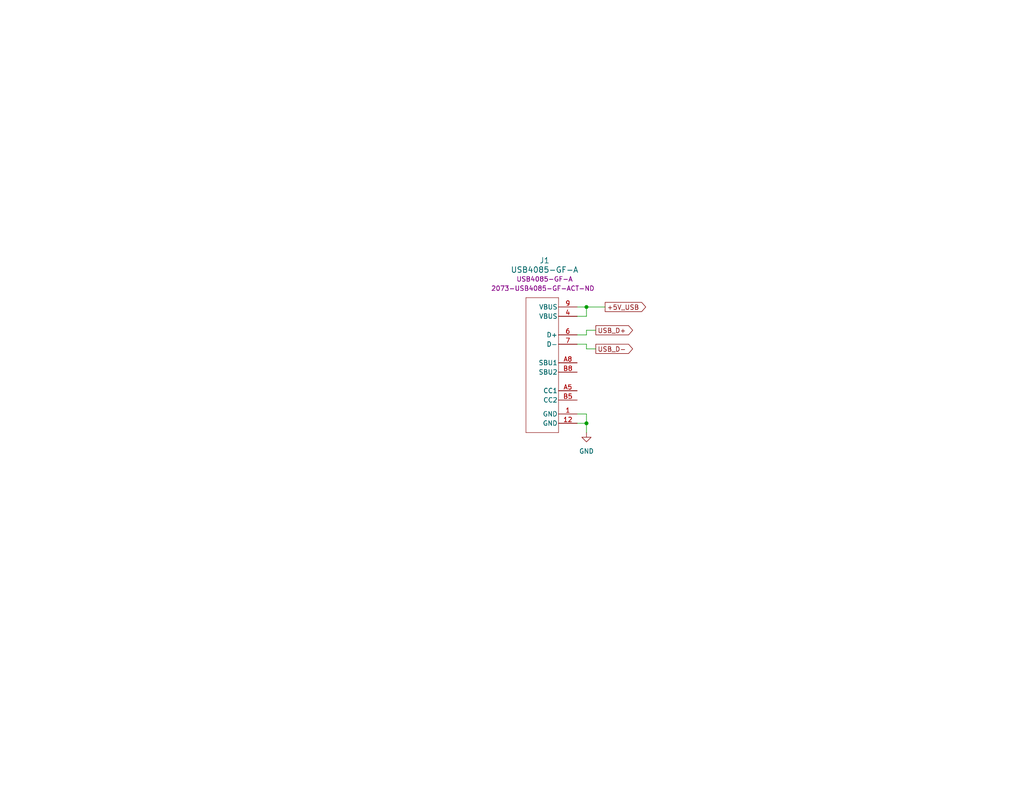
<source format=kicad_sch>
(kicad_sch (version 20230121) (generator eeschema)
  (paper "A")
  (title_block (title "Adjustable Power Supply") (date "2024-01-11") (company "George Jurgiel"))
  (lib_symbols
    (symbol "Adjustable_Power_Suppy:USB4085-GF-A" (pin_names (offset 0.254))
      (property "Reference" "J" (at 8.89 6.35 0))
      (property "Value" "USB4085-GF-A" (at 8.89 3.81 0))
      (property "MPN" "USB4085-GF-A" (at 26.67 26.67 0))
      (property "Digikey PN" "2073-USB4085-GF-ACT-ND " (at -12.7 16.51 0))
      (symbol "USB4085-GF-A_1_1"
        (polyline (pts (xy 3.81 -34.29) (xy 12.7 -34.29)) (stroke (width 0.127)))
        (polyline (pts (xy 3.81 2.54) (xy 3.81 -34.29)) (stroke (width 0.127)))
        (polyline (pts (xy 12.7 -34.29) (xy 12.7 2.54)) (stroke (width 0.127)))
        (polyline (pts (xy 12.7 2.54) (xy 3.81 2.54)) (stroke (width 0.127)))
        (pin power_in line (at 17.78 -29.21 180) (length 5.08) (name "GND") (number "1"))
        (pin power_in line (at 17.78 -31.75 180) (length 5.08) (name "GND") (number "12"))
        (pin power_in line (at 17.78 -2.54 180) (length 5.08) (name "VBUS") (number "4"))
        (pin bidirectional line (at 17.78 -7.62 180) (length 5.08) (name "D+") (number "6"))
        (pin bidirectional line (at 17.78 -10.16 180) (length 5.08) (name "D-") (number "7"))
        (pin power_in line (at 17.78 0 180) (length 5.08) (name "VBUS") (number "9"))
        (pin bidirectional line (at 17.78 -22.86 180) (length 5.08) (name "CC1") (number "A5"))
        (pin bidirectional line (at 17.78 -15.24 180) (length 5.08) (name "SBU1") (number "A8"))
        (pin bidirectional line (at 17.78 -25.4 180) (length 5.08) (name "CC2") (number "B5"))
        (pin bidirectional line (at 17.78 -17.78 180) (length 5.08) (name "SBU2") (number "B8"))
      )
      (symbol "USB4085-GF-A_1_2"
        (polyline (pts (xy 5.08 -50.8) (xy 12.7 -50.8)) (stroke (width 0.127)))
        (polyline (pts (xy 5.08 2.54) (xy 5.08 -50.8)) (stroke (width 0.127)))
        (polyline (pts (xy 7.62 -48.26) (xy 5.08 -48.26)) (stroke (width 0.127)))
        (polyline (pts (xy 7.62 -48.26) (xy 8.89 -49.1067)) (stroke (width 0.127)))
        (polyline (pts (xy 7.62 -48.26) (xy 8.89 -47.4133)) (stroke (width 0.127)))
        (polyline (pts (xy 7.62 -45.72) (xy 5.08 -45.72)) (stroke (width 0.127)))
        (polyline (pts (xy 7.62 -45.72) (xy 8.89 -46.5667)) (stroke (width 0.127)))
        (polyline (pts (xy 7.62 -45.72) (xy 8.89 -44.8733)) (stroke (width 0.127)))
        (polyline (pts (xy 7.62 -43.18) (xy 5.08 -43.18)) (stroke (width 0.127)))
        (polyline (pts (xy 7.62 -43.18) (xy 8.89 -44.0267)) (stroke (width 0.127)))
        (polyline (pts (xy 7.62 -43.18) (xy 8.89 -42.3333)) (stroke (width 0.127)))
        (polyline (pts (xy 7.62 -40.64) (xy 5.08 -40.64)) (stroke (width 0.127)))
        (polyline (pts (xy 7.62 -40.64) (xy 8.89 -41.4867)) (stroke (width 0.127)))
        (polyline (pts (xy 7.62 -40.64) (xy 8.89 -39.7933)) (stroke (width 0.127)))
        (polyline (pts (xy 7.62 -38.1) (xy 5.08 -38.1)) (stroke (width 0.127)))
        (polyline (pts (xy 7.62 -38.1) (xy 8.89 -38.9467)) (stroke (width 0.127)))
        (polyline (pts (xy 7.62 -38.1) (xy 8.89 -37.2533)) (stroke (width 0.127)))
        (polyline (pts (xy 7.62 -35.56) (xy 5.08 -35.56)) (stroke (width 0.127)))
        (polyline (pts (xy 7.62 -35.56) (xy 8.89 -36.4067)) (stroke (width 0.127)))
        (polyline (pts (xy 7.62 -35.56) (xy 8.89 -34.7133)) (stroke (width 0.127)))
        (polyline (pts (xy 7.62 -33.02) (xy 5.08 -33.02)) (stroke (width 0.127)))
        (polyline (pts (xy 7.62 -33.02) (xy 8.89 -33.8667)) (stroke (width 0.127)))
        (polyline (pts (xy 7.62 -33.02) (xy 8.89 -32.1733)) (stroke (width 0.127)))
        (polyline (pts (xy 7.62 -30.48) (xy 5.08 -30.48)) (stroke (width 0.127)))
        (polyline (pts (xy 7.62 -30.48) (xy 8.89 -31.3267)) (stroke (width 0.127)))
        (polyline (pts (xy 7.62 -30.48) (xy 8.89 -29.6333)) (stroke (width 0.127)))
        (polyline (pts (xy 7.62 -27.94) (xy 5.08 -27.94)) (stroke (width 0.127)))
        (polyline (pts (xy 7.62 -27.94) (xy 8.89 -28.7867)) (stroke (width 0.127)))
        (polyline (pts (xy 7.62 -27.94) (xy 8.89 -27.0933)) (stroke (width 0.127)))
        (polyline (pts (xy 7.62 -25.4) (xy 5.08 -25.4)) (stroke (width 0.127)))
        (polyline (pts (xy 7.62 -25.4) (xy 8.89 -26.2467)) (stroke (width 0.127)))
        (polyline (pts (xy 7.62 -25.4) (xy 8.89 -24.5533)) (stroke (width 0.127)))
        (polyline (pts (xy 7.62 -22.86) (xy 5.08 -22.86)) (stroke (width 0.127)))
        (polyline (pts (xy 7.62 -22.86) (xy 8.89 -23.7067)) (stroke (width 0.127)))
        (polyline (pts (xy 7.62 -22.86) (xy 8.89 -22.0133)) (stroke (width 0.127)))
        (polyline (pts (xy 7.62 -20.32) (xy 5.08 -20.32)) (stroke (width 0.127)))
        (polyline (pts (xy 7.62 -20.32) (xy 8.89 -21.1667)) (stroke (width 0.127)))
        (polyline (pts (xy 7.62 -20.32) (xy 8.89 -19.4733)) (stroke (width 0.127)))
        (polyline (pts (xy 7.62 -17.78) (xy 5.08 -17.78)) (stroke (width 0.127)))
        (polyline (pts (xy 7.62 -17.78) (xy 8.89 -18.6267)) (stroke (width 0.127)))
        (polyline (pts (xy 7.62 -17.78) (xy 8.89 -16.9333)) (stroke (width 0.127)))
        (polyline (pts (xy 7.62 -15.24) (xy 5.08 -15.24)) (stroke (width 0.127)))
        (polyline (pts (xy 7.62 -15.24) (xy 8.89 -16.0867)) (stroke (width 0.127)))
        (polyline (pts (xy 7.62 -15.24) (xy 8.89 -14.3933)) (stroke (width 0.127)))
        (polyline (pts (xy 7.62 -12.7) (xy 5.08 -12.7)) (stroke (width 0.127)))
        (polyline (pts (xy 7.62 -12.7) (xy 8.89 -13.5467)) (stroke (width 0.127)))
        (polyline (pts (xy 7.62 -12.7) (xy 8.89 -11.8533)) (stroke (width 0.127)))
        (polyline (pts (xy 7.62 -10.16) (xy 5.08 -10.16)) (stroke (width 0.127)))
        (polyline (pts (xy 7.62 -10.16) (xy 8.89 -11.0067)) (stroke (width 0.127)))
        (polyline (pts (xy 7.62 -10.16) (xy 8.89 -9.3133)) (stroke (width 0.127)))
        (polyline (pts (xy 7.62 -7.62) (xy 5.08 -7.62)) (stroke (width 0.127)))
        (polyline (pts (xy 7.62 -7.62) (xy 8.89 -8.4667)) (stroke (width 0.127)))
        (polyline (pts (xy 7.62 -7.62) (xy 8.89 -6.7733)) (stroke (width 0.127)))
        (polyline (pts (xy 7.62 -5.08) (xy 5.08 -5.08)) (stroke (width 0.127)))
        (polyline (pts (xy 7.62 -5.08) (xy 8.89 -5.9267)) (stroke (width 0.127)))
        (polyline (pts (xy 7.62 -5.08) (xy 8.89 -4.2333)) (stroke (width 0.127)))
        (polyline (pts (xy 7.62 -2.54) (xy 5.08 -2.54)) (stroke (width 0.127)))
        (polyline (pts (xy 7.62 -2.54) (xy 8.89 -3.3867)) (stroke (width 0.127)))
        (polyline (pts (xy 7.62 -2.54) (xy 8.89 -1.6933)) (stroke (width 0.127)))
        (polyline (pts (xy 7.62 0) (xy 5.08 0)) (stroke (width 0.127)))
        (polyline (pts (xy 7.62 0) (xy 8.89 -0.8467)) (stroke (width 0.127)))
        (polyline (pts (xy 7.62 0) (xy 8.89 0.8467)) (stroke (width 0.127)))
        (polyline (pts (xy 12.7 -50.8) (xy 12.7 2.54)) (stroke (width 0.127)))
        (polyline (pts (xy 12.7 2.54) (xy 5.08 2.54)) (stroke (width 0.127)))
        (pin unspecified line (at 0 0 0) (length 5.08) (name "1") (number "1"))
        (pin unspecified line (at 0 -22.86 0) (length 5.08) (name "10") (number "10"))
        (pin unspecified line (at 0 -25.4 0) (length 5.08) (name "11") (number "11"))
        (pin unspecified line (at 0 -27.94 0) (length 5.08) (name "12") (number "12"))
        (pin unspecified line (at 0 -30.48 0) (length 5.08) (name "13") (number "13"))
        (pin unspecified line (at 0 -33.02 0) (length 5.08) (name "14") (number "14"))
        (pin unspecified line (at 0 -35.56 0) (length 5.08) (name "15") (number "15"))
        (pin unspecified line (at 0 -38.1 0) (length 5.08) (name "16") (number "16"))
        (pin unspecified line (at 0 -40.64 0) (length 5.08) (name "17") (number "17"))
        (pin unspecified line (at 0 -43.18 0) (length 5.08) (name "18") (number "18"))
        (pin unspecified line (at 0 -45.72 0) (length 5.08) (name "19") (number "19"))
        (pin unspecified line (at 0 -2.54 0) (length 5.08) (name "2") (number "2"))
        (pin unspecified line (at 0 -48.26 0) (length 5.08) (name "20") (number "20"))
        (pin unspecified line (at 0 -5.08 0) (length 5.08) (name "3") (number "3"))
        (pin unspecified line (at 0 -7.62 0) (length 5.08) (name "4") (number "4"))
        (pin unspecified line (at 0 -10.16 0) (length 5.08) (name "5") (number "5"))
        (pin unspecified line (at 0 -12.7 0) (length 5.08) (name "6") (number "6"))
        (pin unspecified line (at 0 -15.24 0) (length 5.08) (name "7") (number "7"))
        (pin unspecified line (at 0 -17.78 0) (length 5.08) (name "8") (number "8"))
        (pin unspecified line (at 0 -20.32 0) (length 5.08) (name "9") (number "9"))
      )
    )
    (symbol "power:GND" (power) (pin_names (offset 0))
      (property "Value" "GND" (at 0 -3.81 0))
      (symbol "GND_0_1"
        (polyline (pts (xy 0 0) (xy 0 -1.27) (xy 1.27 -1.27) (xy 0 -2.54) (xy -1.27 -1.27) (xy 0 -1.27)))
      )
      (symbol "GND_1_1"
        (pin power_in line (at 0 0 270) (length 0) hide (name "GND") (number "1"))
      )
    )
  )
  (junction (at 160.02 83.82))
  (junction (at 160.02 115.57))
  (wire (pts (xy 157.48 113.03) (xy 160.02 113.03)))
  (wire (pts (xy 160.02 91.44) (xy 160.02 90.17)))
  (wire (pts (xy 157.48 93.98) (xy 160.02 93.98)))
  (wire (pts (xy 157.48 83.82) (xy 160.02 83.82)))
  (wire (pts (xy 157.48 91.44) (xy 160.02 91.44)))
  (wire (pts (xy 160.02 90.17) (xy 162.56 90.17)))
  (wire (pts (xy 160.02 95.25) (xy 162.56 95.25)))
  (wire (pts (xy 160.02 83.82) (xy 160.02 86.36)))
  (wire (pts (xy 160.02 115.57) (xy 160.02 118.11)))
  (wire (pts (xy 157.48 115.57) (xy 160.02 115.57)))
  (wire (pts (xy 160.02 113.03) (xy 160.02 115.57)))
  (wire (pts (xy 160.02 93.98) (xy 160.02 95.25)))
  (wire (pts (xy 157.48 86.36) (xy 160.02 86.36)))
  (wire (pts (xy 160.02 83.82) (xy 165.1 83.82)))
  (global_label "USB_D+" (shape output) (at 162.56 90.17 0) (property "Intersheetrefs" "${INTERSHEET_REFS}" (effects hide)))
  (global_label "+5V_USB" (shape output) (at 165.1 83.82 0) (property "Intersheetrefs" "${INTERSHEET_REFS}" (effects hide)))
  (global_label "USB_D-" (shape output) (at 162.56 95.25 0) (property "Intersheetrefs" "${INTERSHEET_REFS}" (effects hide)))
  (symbol (lib_id "power:GND") (at 160.02 118.11 0) (unit 1)
    (property "Reference" "#PWR020" (effects hide))
    (property "Value" "GND" (at 160.02 123.19 0))
  )
  (symbol (lib_id "Adjustable_Power_Suppy:USB4085-GF-A") (at 139.7 83.82 0) (unit 1)
    (property "Reference" "J1" (at 148.59 71.12 0) (effects (font (size 1.524 1.524))))
    (property "Value" "USB4085-GF-A" (at 148.59 73.66 0) (effects (font (size 1.524 1.524))))
    (property "Footprint" "Adjustable_Power_Supply:USB4085-GF-A" (effects hide))
    (property "Datasheet" "https://gct.co/files/drawings/usb4085.pdf" (effects hide))
    (property "MPN" "USB4085-GF-A" (at 148.59 76.2 0))
    (property "Digikey PN" "2073-USB4085-GF-ACT-ND " (at 148.59 78.74 0))
  )
)
</source>
